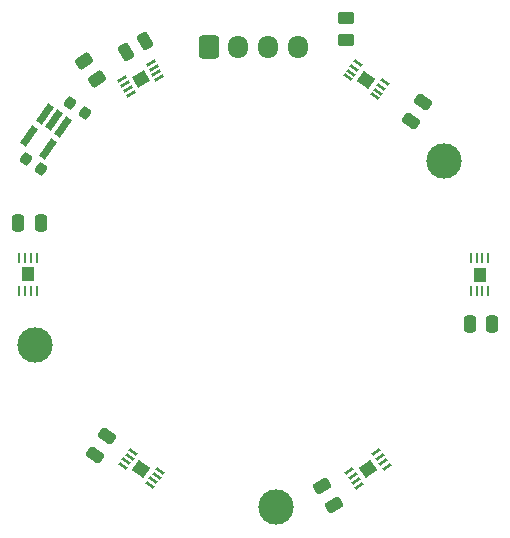
<source format=gbr>
%TF.GenerationSoftware,KiCad,Pcbnew,7.0.10*%
%TF.CreationDate,2024-04-18T21:21:43-07:00*%
%TF.ProjectId,Thermistor Ring,54686572-6d69-4737-946f-722052696e67,rev?*%
%TF.SameCoordinates,Original*%
%TF.FileFunction,Soldermask,Top*%
%TF.FilePolarity,Negative*%
%FSLAX46Y46*%
G04 Gerber Fmt 4.6, Leading zero omitted, Abs format (unit mm)*
G04 Created by KiCad (PCBNEW 7.0.10) date 2024-04-18 21:21:43*
%MOMM*%
%LPD*%
G01*
G04 APERTURE LIST*
G04 Aperture macros list*
%AMRoundRect*
0 Rectangle with rounded corners*
0 $1 Rounding radius*
0 $2 $3 $4 $5 $6 $7 $8 $9 X,Y pos of 4 corners*
0 Add a 4 corners polygon primitive as box body*
4,1,4,$2,$3,$4,$5,$6,$7,$8,$9,$2,$3,0*
0 Add four circle primitives for the rounded corners*
1,1,$1+$1,$2,$3*
1,1,$1+$1,$4,$5*
1,1,$1+$1,$6,$7*
1,1,$1+$1,$8,$9*
0 Add four rect primitives between the rounded corners*
20,1,$1+$1,$2,$3,$4,$5,0*
20,1,$1+$1,$4,$5,$6,$7,0*
20,1,$1+$1,$6,$7,$8,$9,0*
20,1,$1+$1,$8,$9,$2,$3,0*%
%AMRotRect*
0 Rectangle, with rotation*
0 The origin of the aperture is its center*
0 $1 length*
0 $2 width*
0 $3 Rotation angle, in degrees counterclockwise*
0 Add horizontal line*
21,1,$1,$2,0,0,$3*%
G04 Aperture macros list end*
%ADD10RoundRect,0.250000X0.245703X-0.477237X0.532491X-0.067661X-0.245703X0.477237X-0.532491X0.067661X0*%
%ADD11RoundRect,0.250000X0.250000X0.475000X-0.250000X0.475000X-0.250000X-0.475000X0.250000X-0.475000X0*%
%ADD12RoundRect,0.250000X-0.245703X0.477237X-0.532491X0.067661X0.245703X-0.477237X0.532491X-0.067661X0*%
%ADD13RoundRect,0.250000X-0.250000X-0.475000X0.250000X-0.475000X0.250000X0.475000X-0.250000X0.475000X0*%
%ADD14RoundRect,0.250000X-0.020994X0.536362X-0.454006X0.286362X0.020994X-0.536362X0.454006X-0.286362X0*%
%ADD15RoundRect,0.250000X0.536362X0.020994X0.286362X0.454006X-0.536362X-0.020994X-0.286362X-0.454006X0*%
%ADD16RotRect,1.188150X1.037350X325.000000*%
%ADD17RotRect,0.812800X0.254000X325.000000*%
%ADD18RotRect,1.188150X1.037350X145.000000*%
%ADD19RotRect,0.812800X0.254000X145.000000*%
%ADD20RotRect,1.188150X1.037350X30.000000*%
%ADD21RotRect,0.812800X0.254000X30.000000*%
%ADD22R,1.037350X1.188150*%
%ADD23R,0.254000X0.812800*%
%ADD24RotRect,1.188150X1.037350X215.000000*%
%ADD25RotRect,0.812800X0.254000X215.000000*%
%ADD26C,3.000000*%
%ADD27RoundRect,0.225000X0.327703X0.075733X-0.040915X0.333843X-0.327703X-0.075733X0.040915X-0.333843X0*%
%ADD28RotRect,1.805236X0.612132X235.000000*%
%ADD29RoundRect,0.250000X-0.519182X-0.043082X-0.218055X-0.473137X0.519182X0.043082X0.218055X0.473137X0*%
%ADD30RoundRect,0.250000X-0.450000X0.262500X-0.450000X-0.262500X0.450000X-0.262500X0.450000X0.262500X0*%
%ADD31RoundRect,0.250000X-0.600000X-0.725000X0.600000X-0.725000X0.600000X0.725000X-0.600000X0.725000X0*%
%ADD32O,1.700000X1.950000*%
G04 APERTURE END LIST*
D10*
%TO.C,C5*%
X62881987Y-69658959D03*
X61792191Y-71215347D03*
%TD*%
D11*
%TO.C,C6*%
X93573387Y-60189733D03*
X95473387Y-60189733D03*
%TD*%
D12*
%TO.C,C4*%
X89642365Y-41397337D03*
X88552569Y-42953725D03*
%TD*%
D13*
%TO.C,C2*%
X55319894Y-51609985D03*
X57219894Y-51609985D03*
%TD*%
D14*
%TO.C,C3*%
X66075926Y-36199867D03*
X64430478Y-37149867D03*
%TD*%
D15*
%TO.C,C1*%
X82037632Y-75503272D03*
X81087632Y-73857824D03*
%TD*%
D16*
%TO.C,U7*%
X84788437Y-39465122D03*
D17*
X86362975Y-39652043D03*
X86076187Y-40061620D03*
X85789398Y-40471196D03*
X85502610Y-40880773D03*
X83213899Y-39278201D03*
X83500687Y-38868624D03*
X83787476Y-38459048D03*
X84074264Y-38049471D03*
%TD*%
D18*
%TO.C,U6*%
X65763829Y-72390255D03*
D19*
X64189291Y-72203334D03*
X64476079Y-71793757D03*
X64762868Y-71384181D03*
X65049656Y-70974604D03*
X67338367Y-72577176D03*
X67051579Y-72986753D03*
X66764790Y-73396329D03*
X66478002Y-73805906D03*
%TD*%
D20*
%TO.C,U2*%
X65702993Y-39368444D03*
D21*
X66537830Y-38020424D03*
X66787830Y-38453438D03*
X67037830Y-38886450D03*
X67287831Y-39319464D03*
X64868156Y-40716464D03*
X64618156Y-40283450D03*
X64368156Y-39850438D03*
X64118155Y-39417424D03*
%TD*%
D22*
%TO.C,U5*%
X94389641Y-55977863D03*
D23*
X95139642Y-57374863D03*
X94639641Y-57374863D03*
X94139641Y-57374863D03*
X93639640Y-57374863D03*
X93639640Y-54580863D03*
X94139641Y-54580863D03*
X94639641Y-54580863D03*
X95139642Y-54580863D03*
%TD*%
D22*
%TO.C,U3*%
X56162641Y-55931080D03*
D23*
X55412640Y-54534080D03*
X55912641Y-54534080D03*
X56412641Y-54534080D03*
X56912642Y-54534080D03*
X56912642Y-57328080D03*
X56412641Y-57328080D03*
X55912641Y-57328080D03*
X55412640Y-57328080D03*
%TD*%
D24*
%TO.C,U4*%
X84940833Y-72429082D03*
D25*
X84226660Y-73844733D03*
X83939872Y-73435156D03*
X83653083Y-73025580D03*
X83366295Y-72616003D03*
X85655006Y-71013431D03*
X85941794Y-71423008D03*
X86228583Y-71832584D03*
X86515371Y-72242161D03*
%TD*%
D26*
%TO.C,FD1*%
X91371292Y-46325846D03*
%TD*%
D27*
%TO.C,C8*%
X57237848Y-47051075D03*
X55968162Y-46162031D03*
%TD*%
D26*
%TO.C,FD3*%
X56731292Y-61915848D03*
%TD*%
D27*
%TO.C,C7*%
X60988312Y-42295598D03*
X59718626Y-41406554D03*
%TD*%
D28*
%TO.C,U1*%
X59140848Y-43461138D03*
X58362653Y-42916239D03*
X57584458Y-42371341D03*
X56264678Y-44256182D03*
X57821068Y-45345979D03*
%TD*%
D29*
%TO.C,R3*%
X60938071Y-37918522D03*
X61984847Y-39413474D03*
%TD*%
D30*
%TO.C,R2*%
X83070187Y-34278995D03*
X83070187Y-36103995D03*
%TD*%
D26*
%TO.C,FD2*%
X77151292Y-75685846D03*
%TD*%
D31*
%TO.C,J1*%
X71480530Y-36673544D03*
D32*
X73980530Y-36673544D03*
X76480530Y-36673544D03*
X78980530Y-36673544D03*
%TD*%
M02*

</source>
